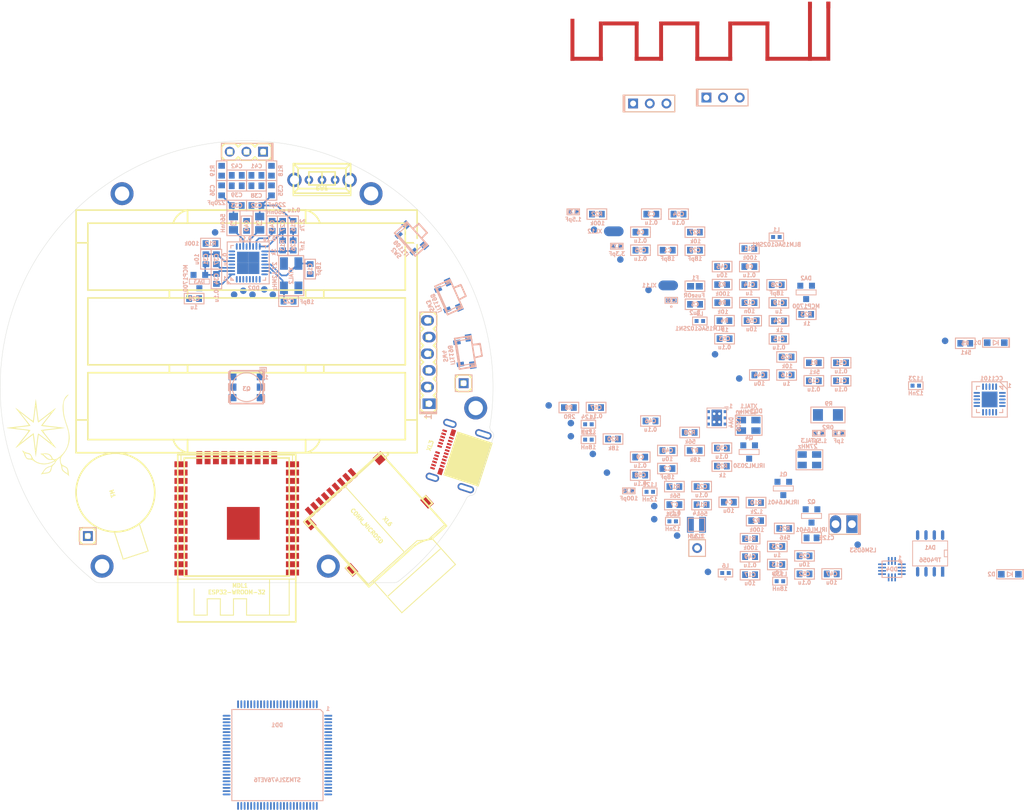
<source format=kicad_pcb>
(kicad_pcb (version 20211014) (generator pcbnew)
  (layers (0 "F.Cu" signal) (31 "B.Cu" signal) (36 "B.SilkS" user "B.Silkscreen") (37 "F.SilkS" user "F.Silkscreen") (38 "B.Mask" user) (39 "F.Mask" user) (44 "Edge.Cuts" user))
  (net 0 "")
  (net 1 "/ANT2")
  (net 2 "GND")
  (net 3 "Net-(C1-Pad1)")
  (net 4 "Net-(C2-Pad1)")
  (net 5 "+PwrMCU")
  (net 6 "Net-(C5-Pad1)")
  (net 7 "/+5V_MID")
  (net 8 "Net-(C15-Pad2)")
  (net 9 "+BATT")
  (net 10 "Net-(C18-Pad1)")
  (net 11 "+PwrUnst")
  (net 12 "/SD_PWR")
  (net 13 "Net-(C22-Pad1)")
  (net 14 "+3v3")
  (net 15 "/+PWR_NFC")
  (net 16 "Net-(C26-Pad1)")
  (net 17 "Net-(C26-Pad2)")
  (net 18 "Net-(C27-Pad2)")
  (net 19 "Net-(C28-Pad1)")
  (net 20 "Net-(C29-Pad1)")
  (net 21 "Net-(C30-Pad2)")
  (net 22 "/NFC_RF_RX")
  (net 23 "Net-(C35-Pad1)")
  (net 24 "Net-(C36-Pad1)")
  (net 25 "/+PWR_ESP")
  (net 26 "VCC")
  (net 27 "/ANT1")
  (net 28 "/PWR_ACG")
  (net 29 "/RF3")
  (net 30 "/RF4")
  (net 31 "/RF5")
  (net 32 "/RF6")
  (net 33 "/RF7")
  (net 34 "/ANT0")
  (net 35 "/+5V_USB")
  (net 36 "/VIBRO_OUT")
  (net 37 "/IS_CHARGING")
  (net 39 "Net-(DA1-Pad2)")
  (net 40 "Net-(DA4-Pad1)")
  (net 41 "Net-(DA4-Pad3)")
  (net 42 "/ESP_PWR_EN")
  (net 43 "/AU_MCLK")
  (net 44 "/ESP_AUX")
  (net 45 "/AU_LRCK")
  (net 46 "/AU_BITCK")
  (net 47 "/AU_SDA")
  (net 48 "/BTN3")
  (net 49 "/BTN2")
  (net 51 "Net-(DD1-Pad13)")
  (net 52 "Net-(DD1-Pad14)")
  (net 57 "/BTN1")
  (net 58 "/ADC_BAT")
  (net 59 "/USB_DETECT")
  (net 60 "/NFC_RST")
  (net 61 "/NFC_NSS")
  (net 62 "/NFC_SCK")
  (net 63 "/NFC_MISO")
  (net 64 "/NFC_MOSI")
  (net 66 "/NFC_IRQ")
  (net 67 "/ACC_INT1")
  (net 68 "/CC_GDO0")
  (net 69 "/CC_GDO2")
  (net 78 "/SCL")
  (net 79 "/SDA")
  (net 80 "/CC_CS")
  (net 81 "/CC_SCK")
  (net 82 "/CC_MISO")
  (net 83 "/CC_MOSI")
  (net 84 "/ESP_RX2_MCU_TX")
  (net 85 "/ESP_TX2_MCU_RX")
  (net 88 "/RED_LED")
  (net 89 "/GREEN_LED")
  (net 90 "/BLUE_LED")
  (net 91 "/Vibro_CTRL")
  (net 92 "/SD_PWR_EN")
  (net 93 "/SD_DAT0")
  (net 94 "/SD_DAT1")
  (net 95 "/UART_TX")
  (net 96 "/UART_RX")
  (net 97 "/USB_D-")
  (net 98 "/USB_D+")
  (net 99 "/SWDIO")
  (net 100 "/SWCLK")
  (net 102 "/SD_DAT2")
  (net 103 "/SD_DAT3")
  (net 104 "/SD_CLK")
  (net 106 "/ESP_GPIO15")
  (net 107 "/SD_CMD")
  (net 108 "/ESP_EN")
  (net 109 "/ESP_GPIO0")
  (net 110 "/ESP_RX0_MCU_TX")
  (net 111 "/ESP_TX0_MCU_RX")
  (net 117 "/DBG_PIN")
  (net 122 "Net-(L3-Pad2)")
  (net 123 "Net-(L2-Pad2)")
  (net 130 "/RF1")
  (net 131 "/RF2")
  (net 132 "Net-(DD3-Pad17)")
  (net 157 "/+PWR_MID")
  (net 158 "Net-(Q3-Pad6)")
  (net 159 "Net-(Q3-Pad5)")
  (net 160 "Net-(Q3-Pad4)")
  (net 161 "Net-(R1-Pad2)")
  (net 162 "Net-(R5-Pad2)")
  (net 163 "/NFCANT1")
  (net 164 "/NFCANT2")
  (net 180 "Net-(C33-Pad2)")
  (footprint "PCB:Hole2d2_out3d5mm" (layer "F.Cu") (at 184.935446 103.181353)
    (fp_text reference "HOLE4" hide)
    (fp_text value "HOLE_METALLED" hide)
  )
  (footprint "Installation:Motor_no_Contacts" (layer "F.Cu") (at 130 116.1 -72)
    (fp_text reference "M1")
    (fp_text value "MOTOR_NO_CONTACTS" hide)
  )
  (footprint "PCB:Hole2d2_out3d5mm" (layer "F.Cu") (at 168.983056 70.5)
    (fp_text reference "HOLE2" hide)
    (fp_text value "HOLE_METALLED" hide)
  )
  (footprint "BtnsSwitches:SW_SS-1P2T_Housing" (layer "F.Cu") (at 161.5 68.4)
    (fp_text reference "SW1")
    (fp_text value "SWITCH")
  )
  (footprint "Connectors:USB_C_MOLEX_1054500101" (layer "F.Cu") (at 186.457834 111.841486 72)
    (fp_text reference "XL3")
    (fp_text value "USB_C")
  )
  (footprint "Connectors:PLS-1Square" (layer "F.Cu") (at 183.1 99.4)
    (fp_text reference "XL8" hide)
    (fp_text value "CONN_1" hide)
  )
  (footprint "PCB:Hole2d2_out3d5mm" (layer "F.Cu") (at 162.45706 127.3)
    (fp_text reference "HOLE3" hide)
    (fp_text value "HOLE_METALLED" hide)
  )
  (footprint "Antennas:Locket5" (layer "F.Cu") (at 219.4 41.22975)
    (fp_text reference "ANT1" hide)
    (fp_text value "ANT_PCB_MONO_2PIN" hide)
  )
  (footprint "Modules:ESP32WROOM32" (layer "F.Cu") (at 148.5 128.2675 180)
    (fp_text reference "MDL1")
    (fp_text value "ESP32-WROOM-32")
  )
  (footprint "Connectors:PLS-3" (layer "F.Cu") (at 220.11 55.85)
    (fp_text reference "XL4" hide)
    (fp_text value "CONN_3" hide)
  )
  (footprint "Pictures:Ostranna_12d7_10d1" (layer "F.Cu") (at 118.2 107.4 90)
    (fp_text reference "Logo1" hide)
    (fp_text value "Logo" hide)
  )
  (footprint "Connectors:PLS-3" (layer "F.Cu") (at 152.513 64.1 180)
    (fp_text reference "XL7" hide)
    (fp_text value "CONN_3" hide)
  )
  (footprint "Connectors:PLS-3" (layer "F.Cu") (at 208.937 56.75)
    (fp_text reference "XL5" hide)
    (fp_text value "CONN_3" hide)
  )
  (footprint "Installation:MICROSD_EJECTOR_TFWF1" (layer "F.Cu") (at 165.1 115.2 42)
    (fp_text reference "XL6")
    (fp_text value "CONN_MICROSD")
  )
  (footprint "PCB:Hole2d2_out3d5mm" (layer "F.Cu") (at 131.016944 70.5)
    (fp_text reference "HOLE1" hide)
    (fp_text value "HOLE_METALLED" hide)
  )
  (footprint "Connectors:PLS-6_LOCK" (layer "F.Cu") (at 177.7 102.523 90)
    (fp_text reference "XL1" hide)
    (fp_text value "CONN_6" hide)
  )
  (footprint "PCB:Hole2d2_out3d5mm" (layer "F.Cu") (at 127.970102 127.3)
    (fp_text reference "HOLE5" hide)
    (fp_text value "HOLE_METALLED" hide)
  )
  (footprint "Connectors:PLS-1Square" (layer "F.Cu") (at 125.8 122.7)
    (fp_text reference "XL9" hide)
    (fp_text value "CONN_1" hide)
  )
  (footprint "Capacitors:CAP_0603_Silks" (layer "B.Cu") (at 240.640214 96.285 180)
    (fp_text reference "C51")
    (fp_text value "0.1u")
  )
  (footprint "Capacitors:CAP_0603_Silks" (layer "B.Cu") (at 240.640214 99.035 180)
    (fp_text reference "C11")
    (fp_text value "0.1u")
  )
  (footprint "Resistors:RES_0603" (layer "B.Cu") (at 144.5 78.1)
    (fp_text reference "R12")
    (fp_text value "100k")
  )
  (footprint "PCB:TESTPOINT_1MM" (layer "B.Cu") (at 256.505214 92.94 180)
    (fp_text reference "TP2" hide)
    (fp_text value "TESTPOINT" hide)
  )
  (footprint "Resistors:RES_0603" (layer "B.Cu") (at 222.47 112.04 180)
    (fp_text reference "R25")
    (fp_text value "1k")
  )
  (footprint "Capacitors:CAP_0603_Silks" (layer "B.Cu") (at 210.02 110.66 180)
    (fp_text reference "C9")
    (fp_text value "0.1u")
  )
  (footprint "Capacitors:CAP_0603_Silks" (layer "B.Cu") (at 228.190214 98.145 180)
    (fp_text reference "C44")
    (fp_text value "10u")
  )
  (footprint "Inductors:IND_0805" (layer "B.Cu") (at 152 75 -90)
    (fp_text reference "L2")
    (fp_text value "560nH")
  )
  (footprint "Capacitors:CAP_0603_Silks" (layer "B.Cu") (at 231.180214 92.645 180)
    (fp_text reference "C15")
    (fp_text value "0.1u")
  )
  (footprint "PCB:REF_POINT_1MM" (layer "B.Cu") (at 243.175 124.015 180)
    (fp_text reference "RP3" hide)
    (fp_text value "REFPOINT" hide)
  )
  (footprint "Capacitors:CAP_0603_Silks" (layer "B.Cu") (at 226.660214 84.365 180)
    (fp_text reference "C14")
    (fp_text value "1u")
  )
  (footprint "PCB:Oval3x1.5" (layer "B.Cu") (at 205.985214 76.24 180)
    (fp_text reference "XL12")
    (fp_text value "CONN_1" hide)
  )
  (footprint "Capacitors:CAP_0603_Silks" (layer "B.Cu") (at 239.22 128.48 180)
    (fp_text reference "C47")
    (fp_text value "10u")
  )
  (footprint "Capacitors:CAP_0603_Silks" (layer "B.Cu") (at 143.8 80.5 -90)
    (fp_text reference "C31")
    (fp_text value "10u")
  )
  (footprint "Quartz:03225C4" (layer "B.Cu") (at 235.818 111.074 180)
    (fp_text reference "XTAL3")
    (fp_text value "27MHz")
  )
  (footprint "Capacitors:CAP_0603_Silks" (layer "B.Cu") (at 151.5 67.7 180)
    (fp_text reference "C41")
    (fp_text value "*" hide)
  )
  (footprint "Resistors:RES_0603" (layer "B.Cu") (at 219.38 117.91 180)
    (fp_text reference "R14")
    (fp_text value "56k")
  )
  (footprint "Capacitors:CAP_0603_Silks" (layer "B.Cu") (at 218.380214 87.365 180)
    (fp_text reference "C5")
    (fp_text value "2u2")
  )
  (footprint "PCB:TESTPOINT_1MM" (layer "B.Cu") (at 199.445 105.485 180)
    (fp_text reference "TP3" hide)
    (fp_text value "TESTPOINT" hide)
  )
  (footprint "Inductors:IND_0402" (layer "B.Cu") (at 202.12 108.01 180)
    (fp_text reference "L122")
    (fp_text value "18nH")
  )
  (footprint "Resistors:RES_0603" (layer "B.Cu") (at 222.530214 87.115 180)
    (fp_text reference "R6")
    (fp_text value "10k")
  )
  (footprint "Inductors:IND_0402" (layer "B.Cu") (at 231.32 129.59 180)
    (fp_text reference "L132")
    (fp_text value "18nH")
  )
  (footprint "Resistors:RES_0603" (layer "B.Cu") (at 155.5 78.4 90)
    (fp_text reference "R13")
    (fp_text value "1k")
  )
  (footprint "Quartz:03225C4" (layer "B.Cu") (at 226.558 105.824 180)
    (fp_text reference "XTAL1")
    (fp_text value "12MHz")
  )
  (footprint "Capacitors:CAP_0402" (layer "B.Cu") (at 208.28 115.81 180)
    (fp_text reference "C124")
    (fp_text value "100pF")
  )
  (footprint "PCB:TESTPOINT_1MM" (layer "B.Cu") (at 149.5 85.3 180)
    (fp_text reference "TP12" hide)
    (fp_text value "TESTPOINT" hide)
  )
  (footprint "Resistors:RES_0603" (layer "B.Cu") (at 215.23 115.16 180)
    (fp_text reference "R17")
    (fp_text value "56k")
  )
  (footprint "PCB:Oval3x1.5" (layer "B.Cu") (at 214.285214 84.49 180)
    (fp_text reference "XL11")
    (fp_text value "CONN_1" hide)
  )
  (footprint "Capacitors:CAP_0603_Silks" (layer "B.Cu") (at 145.4 83.5 90)
    (fp_text reference "C34")
    (fp_text value "0.1u")
  )
  (footprint "Connectors:SLD_2_2D5" (layer "B.Cu") (at 241.05 120.89 180)
    (fp_text reference "XL2" hide)
    (fp_text value "CONN_2" hide)
  )
  (footprint "Capacitors:CAP_0603_Silks" (layer "B.Cu") (at 210.060214 76.365 180)
    (fp_text reference "C6")
    (fp_text value "0.1u")
  )
  (footprint "PCB:TESTPOINT_1MM" (layer "B.Cu") (at 225.115214 98.68 180)
    (fp_text reference "TP5" hide)
    (fp_text value "TESTPOINT" hide)
  )
  (footprint "Capacitors:CAP_0603_Silks" (layer "B.Cu") (at 210.060214 79.115 180)
    (fp_text reference "C55")
    (fp_text value "0.1u")
  )
  (footprint "Resistors:RES_0603" (layer "B.Cu") (at 227.7 120.35 180)
    (fp_text reference "R2")
    (fp_text value "100k")
  )
  (footprint "Capacitors:CAP_0603_Silks" (layer "B.Cu") (at 203.29 103.11 180)
    (fp_text reference "C57")
    (fp_text value "0.1u")
  )
  (footprint "Capacitors:CAP_0402" (layer "B.Cu") (at 214.760214 86.765 180)
    (fp_text reference "C50")
    (fp_text value "*")
  )
  (footprint "Resistors:RES_0603" (layer "B.Cu") (at 235.330214 88.895 180)
    (fp_text reference "R23")
    (fp_text value "1k")
  )
  (footprint "Resistors:RES_0603" (layer "B.Cu") (at 227.68 117.6 180)
    (fp_text reference "R10")
    (fp_text value "1.2k")
  )
  (footprint "Capacitors:CAP_0603_Silks" (layer "B.Cu") (at 151.5 72.3 180)
    (fp_text reference "C32")
    (fp_text value "220pF")
  )
  (footprint "Capacitors:CAP_0603_Silks" (layer "B.Cu") (at 157.1 78.4 -90)
    (fp_text reference "C26")
    (fp_text value "1nF")
  )
  (footprint "PCB:REF_POINT_1MM" (layer "B.Cu") (at 202.795 110.185 180)
    (fp_text reference "RP1" hide)
    (fp_text value "REFPOINT" hide)
  )
  (footprint "Inductors:IND_0805" (layer "B.Cu") (at 148 75 -90)
    (fp_text reference "L3")
    (fp_text value "560nH")
  )
  (footprint "Capacitors:CAP_0603_Silks" (layer "B.Cu") (at 153.9 75.4 -90)
    (fp_text reference "C43")
    (fp_text value "0.1u")
  )
  (footprint "Inductors:IND_0402" (layer "B.Cu") (at 211.48 115.96 180)
    (fp_text reference "L121")
    (fp_text value "12nH")
  )
  (footprint "Capacitors:CAP_0402" (layer "B.Cu") (at 206.460214 78.515 180)
    (fp_text reference "C123")
    (fp_text value "3.3pF")
  )
  (footprint "Capacitors:CAP_0603_Silks" (layer "B.Cu") (at 222.47 109.29 180)
    (fp_text reference "C30")
    (fp_text value "0.1u")
  )
  (footprint "Capacitors:CAP_0603_Silks" (layer "B.Cu") (at 211.59 105.16 180)
    (fp_text reference "C46")
    (fp_text value "0.1u")
  )
  (footprint "Capacitors:CAP_0603_Silks" (layer "B.Cu") (at 214.17 109.66 180)
    (fp_text reference "C48")
    (fp_text value "10u")
  )
  (footprint "PCB:TESTPOINT_1MM" (layer "B.Cu") (at 211.285214 85.18 180)
    (fp_text reference "TP7" hide)
    (fp_text value "TESTPOINT" hide)
  )
  (footprint "Capacitors:CAP_0603_Silks" (layer "B.Cu") (at 226.680214 87.115 180)
    (fp_text reference "C12")
    (fp_text value "10n")
  )
  (footprint "Capacitors:CAP_0603_Silks" (layer "B.Cu") (at 148.5 67.7 180)
    (fp_text reference "C42")
    (fp_text value "*" hide)
  )
  (footprint "Capacitors:CAP_0402" (layer "B.Cu") (at 240.29 107.04 180)
    (fp_text reference "C121")
    (fp_text value "1pF")
  )
  (footprint "PCB:TESTPOINT_1MM" (layer "B.Cu") (at 215.645 122.635 180)
    (fp_text reference "TP14" hide)
    (fp_text value "TESTPOINT" hide)
  )
  (footprint "Capacitors:CAP_0603_Silks" (layer "B.Cu") (at 219.38 115.16 180)
    (fp_text reference "C21")
    (fp_text value "0.1u")
  )
  (footprint "Capacitors:CAP_0603_Silks" (layer "B.Cu") (at 227.010214 89.865 180)
    (fp_text reference "C56")
    (fp_text value "10u")
  )
  (footprint "Capacitors:CAP_0603_Silks" (layer "B.Cu") (at 230.92 124.29 180)
    (fp_text reference "C23")
    (fp_text value "1u")
  )
  (footprint "Capacitors:CAP_0402" (layer "B.Cu") (at 199.810214 73.265 180)
    (fp_text reference "C131")
    (fp_text value "1.5pF")
  )
  (footprint "PCB:TESTPOINT_1MM" (layer "B.Cu") (at 150.9 85.9 180)
    (fp_text reference "TP11" hide)
    (fp_text value "TESTPOINT" hide)
  )
  (footprint "Capacitors:CAP_0603_Silks" (layer "B.Cu") (at 223.53 117.54 180)
    (fp_text reference "C4")
    (fp_text value "10u")
  )
  (footprint "Capacitors:CAP_0603_Silks" (layer "B.Cu") (at 215.860214 73.615 180)
    (fp_text reference "C54")
    (fp_text value "0.1u")
  )
  (footprint "PCB:TESTPOINT_1MM" (layer "B.Cu") (at 196.065 102.785 180)
    (fp_text reference "TP1" hide)
    (fp_text value "TESTPOINT" hide)
  )
  (footprint "Resistors:RES_0603_FUSE" (layer "B.Cu") (at 218.360214 84.615 180)
    (fp_text reference "F1")
    (fp_text value "Fuse0R")
  )
  (footprint "Capacitors:CAP_0402" (layer "B.Cu") (at 237.24 107.04 180)
    (fp_text reference "C122")
    (fp_text value "1.5pF")
  )
  (footprint "Capacitors:CAP_0603" (layer "B.Cu") (at 236.15 122.98 180)
    (fp_text reference "C125")
    (fp_text value "12pF")
  )
  (footprint "SOT:SOT23-3" (layer "B.Cu") (at 226.6275 109.8882 180)
    (fp_text reference "Q4")
    (fp_text value "IRLML2030")
  )
  (footprint "PCB:TESTPOINT_1MM" (layer "B.Cu") (at 206.985214 80.54 180)
    (fp_text reference "TP16" hide)
    (fp_text value "TESTPOINT" hide)
  )
  (footprint "LEDs:LED_5050" (layer "B.Cu") (at 150 100 180)
    (fp_text reference "Q3")
    (fp_text value "LED_RGB 5050" hide)
  )
  (footprint "PCB:TESTPOINT_1MM" (layer "B.Cu") (at 202.985214 75.99 180)
    (fp_text reference "TP4" hide)
    (fp_text value "TESTPOINT" hide)
  )
  (footprint "Capacitors:CAP_0603_Silks" (layer "B.Cu") (at 214.17 112.41 180)
    (fp_text reference "C2")
    (fp_text value "18pF")
  )
  (footprint "QFN_DFN:DFN6_3x3" (layer "B.Cu") (at 221.695 104.685 180)
    (fp_text reference "DA4")
    (fp_text value "ST1S06")
  )
  (footprint "BtnsSwitches:BTN_IT1198" (layer "B.Cu") (at 185.75 94.3 -81)
    (fp_text reference "SW4")
    (fp_text value "IT1198")
  )
  (footprint "Inductors:IND_0402" (layer "B.Cu") (at 223.02 128.34 180)
    (fp_text reference "L6")
    (fp_text value "*")
  )
  (footprint "Capacitors:CAP_0603_Silks" (layer "B.Cu") (at 226.77 128.6 180)
    (fp_text reference "C17")
    (fp_text value "10u")
  )
  (footprint "PCB:TESTPOINT_1MM" (layer "B.Cu") (at 212.155 120.135 180)
    (fp_text reference "TP6" hide)
    (fp_text value "TESTPOINT" hide)
  )
  (footprint "Resistors:RES_0603" (layer "B.Cu") (at 146.2 67 -90)
    (fp_text reference "R19")
    (fp_text value "0R" hide)
  )
  (footprint "Resistors:RES_0603" (layer "B.Cu") (at 226.77 123.1 180)
    (fp_text reference "R15")
    (fp_text value "100k")
  )
  (footprint "Resistors:RES_0603" (layer "B.Cu") (at 218.360214 76.365 180)
    (fp_text reference "R27")
    (fp_text value "10k")
  )
  (footprint "Capacitors:CAP_0603_Silks" (layer "B.Cu") (at 150 75.4 -90)
    (fp_text reference "C40")
    (fp_text value "0.1u")
  )
  (footprint "Resistors:RES_0603" (layer "B.Cu") (at 259.580214 93.315 180)
    (fp_text reference "R5")
    (fp_text value "5k1")
  )
  (footprint "Capacitors:CAP_0603_Silks" (layer "B.Cu") (at 235.07 125.73 180)
    (fp_text reference "C25")
    (fp_text value "10u")
  )
  (footprint "BtnsSwitches:BTN_IT1198" (layer "B.Cu") (at 176.9 75.75 -48)
    (fp_text reference "SW2")
    (fp_text value "IT1198")
  )
  (footprint "Capacitors:CAP_0603_Silks" (layer "B.Cu") (at 159.7 82 -90)
    (fp_text reference "C18")
    (fp_text value "18pF")
  )
  (footprint "Inductors:IND_0402" (layer "B.Cu") (at 252.040214 99.775 180)
    (fp_text reference "L123")
    (fp_text value "12nH")
  )
  (footprint "Capacitors:CAP_0603_Silks" (layer "B.Cu") (at 232.340214 98.145 180)
    (fp_text reference "C16")
    (fp_text value "1u")
  )
  (footprint "Resistors:RES_0603" (layer "B.Cu") (at 222.510214 84.365 180)
    (fp_text reference "R3")
    (fp_text value "100k")
  )
  (footprint "Capacitors:CAP_0603_Silks" (layer "B.Cu") (at 222.880214 92.615 180)
    (fp_text reference "C53")
    (fp_text value "0.1u")
  )
  (footprint "Capacitors:CAP_0603_Silks" (layer "B.Cu") (at 230.92 127.04 180)
    (fp_text reference "C13")
    (fp_text value "10u")
  )
  (footprint "Resistors:RES_0603" (layer "B.Cu") (at 205.87 107.91 180)
    (fp_text reference "R20")
    (fp_text value "18k")
  )
  (footprint "Capacitors:CAP_0603_Silks" (layer "B.Cu") (at 214.210214 79.115 180)
    (fp_text reference "C1")
    (fp_text value "18pF")
  )
  (footprint "Capacitors:CAP_0603_Silks" (layer "B.Cu") (at 155.5 75.4 -90)
    (fp_text reference "C27")
    (fp_text value "0.1u")
  )
  (footprint "Connectors:PLS-1Rnd" (layer "B.Cu") (at 218.7 124.53 180)
    (fp_text reference "XL13")
    (fp_text value "CONN_1" hide)
  )
  (footprint "Quartz:0503x4-4" (layer "B.Cu") (at 156.8 83 -90)
    (fp_text reference "XTAL2")
    (fp_text value "27.12MHz")
  )
  (footprint "Diodes:SOD323" (layer "B.Cu") (at 264.230214 93.215 180)
    (fp_text reference "D1")
    (fp_text value "PMEG2020")
  )
  (footprint "Capacitors:CAP_0603_Silks" (layer "B.Cu") (at 215.23 117.91 180)
    (fp_text reference "C7")
    (fp_text value "0.1u")
  )
  (footprint "Capacitors:CAP_0603_Silks" (layer "B.Cu") (at 231.160214 87.145 180)
    (fp_text reference "C19")
    (fp_text value "1u")
  )
  (footprint "PCB:REF_POINT_1MM" (layer "B.Cu") (at 204.945 113.035 180)
    (fp_text reference "RP4" hide)
    (fp_text value "REFPOINT" hide)
  )
  (footprint "Inductors:IND_0402" (layer "B.Cu") (at 214.97 120.46 180)
    (fp_text reference "L131")
    (fp_text value "12nH")
  )
  (footprint "Inductors:IND_0402" (layer "B.Cu") (at 230.780214 77.105 180)
    (fp_text reference "L1")
    (fp_text value "BLM15AG102SN1")
  )
  (footprint "Resistors:RES_0603" (layer "B.Cu") (at 236.490214 96.285 180)
    (fp_text reference "R1")
    (fp_text value "5k1")
  )
  (footprint "Resistors:RES_0603" (layer "B.Cu") (at 231.98 121.54 180)
    (fp_text reference "R21")
    (fp_text value "5k6")
  )
  (footprint "Capacitors:CAP_0603_Silks" (layer "B.Cu") (at 151.5 69.3 180)
    (fp_text reference "C38")
    (fp_text value "*" hide)
  )
  (footprint "Capacitors:CAP_0603_Silks" (layer "B.Cu") (at 218.360214 79.115 180)
    (fp_text reference "C29")
    (fp_text value "18pF")
  )
  (footprint "Resistors:RES_1206" (layer "B.Cu") (at 238.64 104.24 180)
    (fp_text reference "R9")
    (fp_text value "0R2")
  )
  (footprint "LGA:14_3x2d5_p0d5" (layer "B.Cu") (at 248.395 127.755 180)
    (fp_text reference "DD4")
    (fp_text value "LSM6DS3")
  )
  (footprint "Resistors:RES_0603" (layer "B.Cu") (at 231.180214 89.895 180)
    (fp_text reference "R24")
    (fp_text value "1k")
  )
  (footprint "Resistors:RES_0603" (layer "B.Cu") (at 153.8 67 -90)
    (fp_text reference "R18")
    (fp_text value "0R" hide)
  )
  (footprint "Capacitors:CAP_0603_Silks" (layer "B.Cu") (at 153.8 70 -90)
    (fp_text reference "C35")
    (fp_text value "*" hide)
  )
  (footprint "PCB:TESTPOINT_1MM" (layer "B.Cu") (at 152.7 85.1 180)
    (fp_text reference "TP10" hide)
    (fp_text value "TESTPOINT" hide)
  )
  (footprint "Capacitors:CAP_0603_Silks" (layer "B.Cu") (at 148.5 72.3 180)
    (fp_text reference "C33")
    (fp_text value "220pF")
  )
  (footprint "Capacitors:CAP_0603_Silks" (layer "B.Cu") (at 211.710214 73.615 180)
    (fp_text reference "C3")
    (fp_text value "0.1u")
  )
  (footprint "Resistors:RES_0603" (layer "B.Cu") (at 222.860214 89.865 180)
    (fp_text reference "R4")
    (fp_text value "1k")
  )
  (footprint "Inductors:IND_0402" (layer "B.Cu") (at 219.110214 89.915 180)
    (fp_text reference "L5")
    (fp_text value "BLM15AG102SN1")
  )
  (footprint "Resistors:RES_0603" (layer "B.Cu") (at 218.32 109.66 180)
    (fp_text reference "R7")
    (fp_text value "18k")
  )
  (footprint "Capacitors:CAP_0603_Silks" (layer "B.Cu") (at 156.4 86.9)
    (fp_text reference "C22")
    (fp_text value "18pF")
  )
  (footprint "Capacitors:CAP_0603_Silks" (layer "B.Cu") (at 222.510214 81.615 180)
    (fp_text reference "C45")
    (fp_text value "10u")
  )
  (footprint "PCB:TESTPOINT_1MM" (layer "B.Cu") (at 154 85.9 180)
    (fp_text reference "TP9" hide)
    (fp_text value "TESTPOINT" hide)
  )
  (footprint "Capacitors:CAP_0603_Silks" (layer "B.Cu") (at 226.660214 81.615 180)
    (fp_text reference "C8")
    (fp_text value "0.1u")
  )
  (footprint "PCB:TESTPOINT_1MM" (layer "B.Cu") (at 221.425214 94.99 180)
    (fp_text reference "TP17" hide)
    (fp_text value "TESTPOINT" hide)
  )
  (footprint "LQFP_TQFP:LQFP100" (layer "B.Cu") (at 154.7 156.1 180)
    (fp_text reference "DD1")
    (fp_text value "STM32L476VET6")
  )
  (footprint "Resistors:RES_0603" (layer "B.Cu") (at 199.14 103.11 180)
    (fp_text reference "R8")
    (fp_text value "2R0")
  )
  (footprint "PCB:REF_POINT_1MM" (layer "B.Cu") (at 199.445 107.485 180)
    (fp_text reference "RP2" hide)
    (fp_text value "REFPOINT" hide)
  )
  (footprint "QFN_DFN:QFN32_EP_5x5_Pitch0.5mm" (layer "B.Cu") (at 150.25 81.05)
    (fp_text reference "DD2")
    (fp_text value "MFRC52202")
  )
  (footprint "PCB:TESTPOINT_1MM" (layer "B.Cu") (at 220.345 128.165 180)
    (fp_text reference "TP15" hide)
    (fp_text value "TESTPOINT" hide)
  )
  (footprint "Capacitors:CAP_0603_Silks" (layer "B.Cu") (at 146.2 70 -90)
    (fp_text reference "C36")
    (fp_text value "*" hide)
  )
  (footprint "Capacitors:CAP_0603_Silks" (layer "B.Cu") (at 148.5 69.3 180)
    (fp_text reference "C39")
    (fp_text value "*" hide)
  )
  (footprint "SOT:SOT23-3" (layer "B.Cu") (at 236.1375 119.6382 180)
    (fp_text reference "Q2")
    (fp_text value "IRLML6401")
  )
  (footprint "SOT:SOT23-3" (layer "B.Cu") (at 235.317714 85.5532 180)
    (fp_text reference "DA2")
    (fp_text value "MCP1700")
  )
  (footprint "Resistors:RES_0603" (layer "B.Cu") (at 203.410214 73.615 180)
    (fp_text reference "R22")
    (fp_text value "100k")
  )
  (footprint "Inductors:IND_0402" (layer "B.Cu") (at 202.12 105.66 180)
    (fp_text reference "L124")
    (fp_text value "12nH")
  )
  (footprint "Resistors:RES_0603" (layer "B.Cu") (at 217.56 106.91 180)
    (fp_text reference "R28")
    (fp_text value "56k")
  )
  (footprint "Capacitors:CAP_0603_Silks" (layer "B.Cu") (at 210.02 113.41 180)
    (fp_text reference "C58")
    (fp_text value "0.1u")
  )
  (footprint "Capacitors:CAP_0603_Silks" (layer "B.Cu") (at 226.77 125.85 180)
    (fp_text reference "C49")
    (fp_text value "0.1u")
  )
  (footprint "Inductors:IND_SRN2512" (layer "B.Cu") (at 218.595 120.985 180)
    (fp_text reference "L4")
    (fp_text value "2.2uH")
  )
  (footprint "PCB:TESTPOINT_1MM" (layer "B.Cu") (at 145.2 76.4 180)
    (fp_text reference "TP8" hide)
    (fp_text value "TESTPOINT" hide)
  )
  (footprint "PCB:TESTPOINT_1MM" (layer "B.Cu") (at 212.155 118.135 180)
    (fp_text reference "TP18" hide)
    (fp_text value "TESTPOINT" hide)
  )
  (footprint "Capacitors:CAP_0603_Silks" (layer "B.Cu") (at 230.830214 84.395 180)
    (fp_text reference "C28")
    (fp_text value "18pF")
  )
  (footprint "SOT:SOT23-3" (layer "B.Cu") (at 142.8 83.9 180)
    (fp_text reference "DA3")
    (fp_text value "MCP1700")
  )
  (footprint "BtnsSwitches:BTN_IT1198" (layer "B.Cu") (at 183.05 85.25 -66)
    (fp_text reference "SW3")
    (fp_text value "IT1198")
  )
  (footprint "Capacitors:CAP_0603_Silks" (layer "B.Cu") (at 145.4 80.5 -90)
    (fp_text reference "C37")
    (fp_text value "0.1u")
  )
  (footprint "PCB:TESTPOINT_1MM" (layer "B.Cu") (at 148.1 85.9 180)
    (fp_text reference "TP13" hide)
    (fp_text value "TESTPOINT" hide)
  )
  (footprint "Resistors:RES_0603" (layer "B.Cu") (at 232.340214 95.395 180)
    (fp_text reference "R26")
    (fp_text value "10k")
  )
  (footprint "Resistors:RES_0603" (layer "B.Cu") (at 157.1 75.4 -90)
    (fp_text reference "R16")
    (fp_text value "2.7k")
  )
  (footprint "Capacitors:CAP_0603_Silks" (layer "B.Cu") (at 142 86.5 180)
    (fp_text reference "C20")
    (fp_text value "1u")
  )
  (footprint "Diodes:SOD323" (layer "B.Cu") (at 266.38 128.53 180)
    (fp_text reference "D2")
    (fp_text value "PMEG2020")
  )
  (footprint "SO_DIL_TSSOP:SO8_150MIL" (layer "B.Cu") (at 254.2245 125.34957 180)
    (fp_text reference "DA1")
    (fp_text value "TP4056")
  )
  (footprint "SOT:SOT23-3" (layer "B.Cu") (at 231.8375 115.4482 180)
    (fp_text reference "Q1")
    (fp_text value "IRLML6401")
  )
  (footprint "Resistors:RES_0603" (layer "B.Cu") (at 226.660214 78.865 180)
    (fp_text reference "R11")
    (fp_text value "100k")
  )
  (footprint "Capacitors:CAP_0603_Silks" (layer "B.Cu") (at 236.490214 99.035 180)
    (fp_text reference "C10")
    (fp_text value "0.1u")
  )
  (footprint "Capacitors:CAP_0603_Silks" (layer "B.Cu") (at 235.07 128.48 180)
    (fp_text reference "C52")
    (fp_text value "0.1u")
  )
  (footprint "QFN_DFN:QFN20" (layer "B.Cu") (at 263.290214 101.875 180)
    (fp_text reference "DD3")
    (fp_text value "CC1101")
  )
  (gr_line (start 152.7 97.7) (end 152.7 98.7) (layer "B.SilkS") (width 0.25))
  (gr_line (start 152.7 98.7) (end 152.5 98.7) (layer "B.SilkS") (width 0.25))
  (gr_line (start 152.7 99.5) (end 152.7 100.5) (layer "B.SilkS") (width 0.25))
  (gr_line (start 184.201471 92.203726) (end 181.73225 92.594812) (layer "B.SilkS") (width 0.25))
  (gr_line (start 147.3 97.7) (end 147.5 97.7) (layer "B.SilkS") (width 0.25))
  (gr_line (start 147.5 97.5) (end 152.5 97.5) (layer "B.SilkS") (width 0.25))
  (gr_line (start 185.614307 93.453078) (end 185.894329 95.221067) (layer "B.SilkS") (width 0.25))
  (gr_line (start 147.3 102.3) (end 147.3 101.3) (layer "B.SilkS") (width 0.25))
  (gr_line (start 152.5 99.5) (end 152.7 99.5) (layer "B.SilkS") (width 0.25))
  (gr_line (start 152.5 102.5) (end 147.5 102.5) (layer "B.SilkS") (width 0.25))
  (gr_line (start 152.5 97.5) (end 152.5 97.7) (layer "B.SilkS") (width 0.25))
  (gr_line (start 147.5 102.5) (end 147.5 102.3) (layer "B.SilkS") (width 0.25))
  (gr_line (start 152.5 98.7) (end 152.5 99.5) (layer "B.SilkS") (width 0.25))
  (gr_line (start 147.3 101.3) (end 147.5 101.3) (layer "B.SilkS") (width 0.25))
  (gr_line (start 176.302962 75.112347) (end 175.340938 75.837284) (layer "B.SilkS") (width 0.25))
  (gr_line (start 185.894329 95.221067) (end 184.725526 95.512482) (layer "B.SilkS") (width 0.25))
  (gr_line (start 152.7 100.5) (end 152.5 100.5) (layer "B.SilkS") (width 0.25))
  (gr_line (start 152.5 101.3) (end 152.7 101.3) (layer "B.SilkS") (width 0.25))
  (gr_line (start 181.01826 83.617386) (end 178.734396 84.634227) (layer "B.SilkS") (width 0.25))
  (gr_line (start 152.5 100.5) (end 152.5 101.3) (layer "B.SilkS") (width 0.25))
  (gr_line (start 147.3 98.7) (end 147.3 97.7) (layer "B.SilkS") (width 0.25))
  (gr_line (start 152.5 102.3) (end 152.5 102.5) (layer "B.SilkS") (width 0.25))
  (gr_line (start 147.5 101.3) (end 147.5 100.5) (layer "B.SilkS") (width 0.25))
  (gr_line (start 176.302962 75.112347) (end 177.500724 76.442597) (layer "B.SilkS") (width 0.25))
  (gr_line (start 181.73225 92.594812) (end 182.467492 97.236947) (layer "B.SilkS") (width 0.25))
  (gr_line (start 177.582526 78.326819) (end 174.437612 74.834038) (layer "B.SilkS") (width 0.25))
  (gr_line (start 182.929922 87.911049) (end 181.01826 83.617386) (layer "B.SilkS") (width 0.25))
  (gr_line (start 152.7 101.3) (end 152.7 102.3) (layer "B.SilkS") (width 0.25))
  (gr_line (start 147.3 100.5) (end 147.3 99.5) (layer "B.SilkS") (width 0.25))
  (gr_line (start 152.7 102.3) (end 152.5 102.3) (layer "B.SilkS") (width 0.25))
  (gr_line (start 177.500724 76.442597) (end 176.679199 77.323574) (layer "B.SilkS") (width 0.25))
  (gr_line (start 172.57975 76.506865) (end 175.724664 79.999646) (layer "B.SilkS") (width 0.25))
  (gr_line (start 147.5 102.3) (end 147.3 102.3) (layer "B.SilkS") (width 0.25))
  (gr_line (start 174.437612 74.834038) (end 172.57975 76.506865) (layer "B.SilkS") (width 0.25))
  (gr_line (start 182.706311 84.458498) (end 183.43438 86.093769) (layer "B.SilkS") (width 0.25))
  (gr_line (start 147.5 99.5) (end 147.5 98.7) (layer "B.SilkS") (width 0.25))
  (gr_circle (center 150 100) (end 150.01 100) (layer "B.SilkS") (width 0.0001) (fill solid))
  (gr_line (start 178.734396 84.634227) (end 180.646058 88.927891) (layer "B.SilkS") (width 0.25))
  (gr_line (start 147.3 99.5) (end 147.5 99.5) (layer "B.SilkS") (width 0.25))
  (gr_line (start 182.706311 84.458498) (end 181.567354 84.850672) (layer "B.SilkS") (width 0.25))
  (gr_line (start 185.614307 93.453078) (end 184.412657 93.537105) (layer "B.SilkS") (width 0.25))
  (gr_line (start 183.43438 86.093769) (end 182.380828 86.677763) (layer "B.SilkS") (width 0.25))
  (gr_line (start 147.5 98.7) (end 147.3 98.7) (layer "B.SilkS") (width 0.25))
  (gr_line (start 152.5 97.7) (end 152.7 97.7) (layer "B.SilkS") (width 0.25))
  (gr_line (start 147.5 97.7) (end 147.5 97.5) (layer "B.SilkS") (width 0.25))
  (gr_line (start 180.646058 88.927891) (end 182.929922 87.911049) (layer "B.SilkS") (width 0.25))
  (gr_line (start 147.5 100.5) (end 147.3 100.5) (layer "B.SilkS") (width 0.25))
  (gr_line (start 182.467492 97.236947) (end 184.936713 96.845861) (layer "B.SilkS") (width 0.25))
  (gr_line (start 184.936713 96.845861) (end 184.201471 92.203726) (layer "B.SilkS") (width 0.25))
  (gr_line (start 175.724664 79.999646) (end 177.582526 78.326819) (layer "B.SilkS") (width 0.25))
  (gr_line (start 146.19 63.36) (end 146.69 62.86) (layer "F.SilkS") (width 0.25))
  (gr_line (start 177.93 102.74) (end 177.93 102.34) (layer "F.SilkS") (width 0.25))
  (gr_line (start 159.5 67.176052) (end 159.5 69.176052) (layer "F.SilkS") (width 0.25))
  (gr_line (start 150.3 64.43) (end 149.7 64.43) (layer "F.SilkS") (width 0.25))
  (gr_line (start 125.8 105) (end 124 105) (layer "F.SilkS") (width 0.25))
  (gr_line (start 176 105) (end 174.2 105) (layer "F.SilkS") (width 0.25))
  (gr_line (start 152.74 63.93) (end 152.34 63.93) (layer "F.SilkS") (width 0.25))
  (gr_line (start 150.3 63.83) (end 150.2 63.93) (layer "F.SilkS") (width 0.25))
  (gr_line (start 165.85 70.426052) (end 157.15 70.426052) (layer "F.SilkS") (width 0.25))
  (gr_circle (center 150 100) (end 150.01 100) (layer "F.SilkS") (width 0.0001) (fill solid))
  (gr_line (start 147.66 64.33) (end 147.66 63.93) (layer "F.SilkS") (width 0.25))
  (gr_line (start 147.26 64.33) (end 147.16 64.43) (layer "F.SilkS") (width 0.25))
  (gr_line (start 138.228719 96.6) (end 138.228719 97.8) (layer "F.SilkS") (width 0.25))
  (gr_line (start 183.27 99.2) (end 182.87 99.2) (layer "F.SilkS") (width 0.25))
  (gr_line (start 177.53 97.66) (end 177.93 97.66) (layer "F.SilkS") (width 0.25))
  (gr_line (start 157.85 69.726052) (end 157.15 70.426052) (layer "F.SilkS") (width 0.25))
  (gr_line (start 153.31 65.4) (end 151.77 65.4) (layer "F.SilkS") (width 0.25))
  (gr_line (start 138.228719 85.2) (end 138.228719 86.4) (layer "F.SilkS") (width 0.25))
  (gr_line (start 125.97 122.5) (end 125.57 122.5) (layer "F.SilkS") (width 0.25))
  (gr_line (start 152.24 64.43) (end 152.24 63.83) (layer "F.SilkS") (width 0.25))
  (gr_line (start 159 73.004002) (end 141 73.004002) (layer "F.SilkS") (width 0.25))
  (gr_line (start 141 108) (end 141 109.995998) (layer "F.SilkS") (width 0.25))
  (gr_line (start 176 73) (end 176 110) (layer "F.SilkS") (width 0.25))
  (gr_line (start 177.43 90.14) (end 177.43 89.54) (layer "F.SilkS") (width 0.25))
  (gr_line (start 125.8 96.6) (end 174.2 96.6) (layer "F.SilkS") (width 0.25))
  (gr_line (start 182.87 99.2) (end 182.77 99.1) (layer "F.SilkS") (width 0.25))
  (gr_line (start 149.23 62.86) (end 150.77 62.86) (layer "F.SilkS") (width 0.25))
  (gr_line (start 180.465602 121.147172) (end 170.428643 110) (layer "F.SilkS") (width 0.25))
  (gr_line (start 159 108) (end 159 109.995998) (layer "F.SilkS") (width 0.25))
  (gr_line (start 177.93 99.8) (end 177.53 99.8) (layer "F.SilkS") (width 0.25))
  (gr_line (start 150.2 64.33) (end 150.2 63.93) (layer "F.SilkS") (width 0.25))
  (gr_line (start 150.77 62.86) (end 151.27 63.36) (layer "F.SilkS") (width 0.25))
  (gr_line (start 182.87 99.6) (end 182.77 99.7) (layer "F.SilkS") (width 0.25))
  (gr_line (start 147.66 63.93) (end 147.26 63.93) (layer "F.SilkS") (width 0.25))
  (gr_line (start 177.93 89.64) (end 177.53 89.64) (layer "F.SilkS") (width 0.25))
  (gr_line (start 141 73.004002) (end 141 75) (layer "F.SilkS") (width 0.25))
  (gr_line (start 125.57 122.9) (end 125.97 122.9) (layer "F.SilkS") (width 0.25))
  (gr_line (start 157.5 110.3) (end 139.5 110.3) (layer "F.SilkS") (width 0.25))
  (gr_line (start 179 101.77) (end 178.5 101.27) (layer "F.SilkS") (width 0.25))
  (gr_line (start 165.85 65.926052) (end 165.85 70.426052) (layer "F.SilkS") (width 0.25))
  (gr_line (start 177.43 92.08) (end 177.53 92.18) (layer "F.SilkS") (width 0.25))
  (gr_line (start 176.46 98.23) (end 176.96 98.73) (layer "F.SilkS") (width 0.25))
  (gr_line (start 177.43 92.68) (end 177.43 92.08) (layer "F.SilkS") (width 0.25))
  (gr_line (start 125.8 86.4) (end 125.8 96.6) (layer "F.SilkS") (width 0.25))
  (gr_line (start 179 103.31) (end 179 101.77) (layer "F.SilkS") (width 0.25))
  (gr_line (start 178.5 98.73) (end 179 98.23) (layer "F.SilkS") (width 0.25))
  (gr_line (start 156.5 128.8) (end 156.5 110.8) (layer "F.SilkS") (width 0.25))
  (gr_line (start 125 121.43) (end 126.54 121.43) (layer "F.SilkS") (width 0.25))
  (gr_line (start 149.23 65.4) (end 148.73 64.9) (layer "F.SilkS") (width 0.25))
  (gr_line (start 150.2 63.93) (end 149.8 63.93) (layer "F.SilkS") (width 0.25))
  (gr_line (start 149.8 64.33) (end 149.7 64.43) (layer "F.SilkS") (width 0.25))
  (gr_line (start 159.5 69.176052) (end 163.5 69.176052) (layer "F.SilkS") (width 0.25))
  (gr_line (start 177.93 97.26) (end 178.03 97.16) (layer "F.SilkS") (width 0.25))
  (gr_line (start 149.7 63.83) (end 150.3 63.83) (layer "F.SilkS") (width 0.25))
  (gr_line (start 178.03 102.84) (end 177.43 102.84) (layer "F.SilkS") (width 0.25))
  (gr_line (start 146.69 65.4) (end 146.19 64.9) (layer "F.SilkS") (width 0.25))
  (gr_line (start 127.04 121.93) (end 127.04 123.47) (layer "F.SilkS") (width 0.25))
  (gr_line (start 163.5 69.176052) (end 163.5 67.176052) (layer "F.SilkS") (width 0.25))
  (gr_line (start 183.37 99.1) (end 183.27 99.2) (layer "F.SilkS") (width 0.25))
  (gr_line (start 159 96.6) (end 159 97.8) (layer "F.SilkS") (width 0.25))
  (gr_line (start 149.8 63.93) (end 149.8 64.33) (layer "F.SilkS") (width 0.25))
  (gr_line (start 177.43 99.7) (end 177.53 99.8) (layer "F.SilkS") (width 0.25))
  (gr_line (start 157.85 69.726052) (end 165.15 69.726052) (layer "F.SilkS") (width 0.25))
  (gr_line (start 147.26 64.33) (end 147.66 64.33) (layer "F.SilkS") (width 0.25))
  (gr_line (start 153.31 62.86) (end 153.81 63.36) (layer "F.SilkS") (width 0.25))
  (gr_line (start 139.5 135.8) (end 157.5 135.8) (layer "F.SilkS") (width 0.25))
  (gr_line (start 177.43 97.76) (end 177.53 97.66) (layer "F.SilkS") (width 0.25))
  (gr_line (start 177.93 89.64) (end 178.03 89.54) (layer "F.SilkS") (width 0.25))
  (gr_line (start 177.93 102.74) (end 178.03 102.84) (layer "F.SilkS") (width 0.25))
  (gr_line (start 177.93 99.8) (end 178.03 99.7) (layer "F.SilkS") (width 0.25))
  (gr_line (start 176.96 91.11) (end 176.46 91.61) (layer "F.SilkS") (width 0.25))
  (gr_line (start 127.04 123.47) (end 126.54 123.97) (layer "F.SilkS") (width 0.25))
  (gr_line (start 152.34 64.33) (end 152.74 64.33) (layer "F.SilkS") (width 0.25))
  (gr_line (start 151.27 63.36) (end 151.77 62.86) (layer "F.SilkS") (width 0.25))
  (gr_line (start 179 91.61) (end 178.5 91.11) (layer "F.SilkS") (width 0.25))
  (gr_line (start 176.96 98.73) (end 176.46 99.23) (layer "F.SilkS") (width 0.25))
  (gr_line (start 177.93 92.58) (end 177.93 92.18) (layer "F.SilkS") (width 0.25))
  (gr_line (start 163.5 67.176052) (end 159.5 67.176052) (layer "F.SilkS") (width 0.25))
  (gr_line (start 148.73 63.36) (end 149.23 62.86) (layer "F.SilkS") (width 0.25))
  (gr_line (start 177.93 97.66) (end 177.93 97.26) (layer "F.SilkS") (width 0.25))
  (gr_line (start 152.24 63.83) (end 152.84 63.83) (layer "F.SilkS") (width 0.25))
  (gr_line (start 177.93 95.12) (end 177.93 94.72) (layer "F.SilkS") (width 0.25))
  (gr_line (start 125 123.97) (end 124.5 123.47) (layer "F.SilkS") (width 0.25))
  (gr_line (start 176.46 96.69) (end 176.46 98.23) (layer "F.SilkS") (width 0.25))
  (gr_line (start 177.53 89.64) (end 177.53 90.04) (layer "F.SilkS") (width 0.25))
  (gr_line (start 166.121706 128.679944) (end 166.641907 128.211552) (layer "F.SilkS") (width 0.25))
  (gr_line (start 147.16 63.83) (end 147.76 63.83) (layer "F.SilkS") (width 0.25))
  (gr_line (start 157.15 65.926052) (end 157.85 66.626052) (layer "F.SilkS") (width 0.25))
  (gr_line (start 141 96.6) (end 141 97.8) (layer "F.SilkS") (width 0.25))
  (gr_line (start 174.2 75) (end 125.8 75) (layer "F.SilkS") (width 0.25))
  (gr_line (start 176.96 101.27) (end 176.46 101.77) (layer "F.SilkS") (width 0.25))
  (gr_line (start 177.93 97.26) (end 177.53 97.26) (layer "F.SilkS") (width 0.25))
  (gr_line (start 125.57 122.5) (end 125.47 122.4) (layer "F.SilkS") (width 0.25))
  (gr_line (start 179 94.15) (end 178.5 93.65) (layer "F.SilkS") (width 0.25))
  (gr_line (start 183.27 99.6) (end 183.27 99.2) (layer "F.SilkS") (width 0.25))
  (gr_line (start 165.11801 127.565226) (end 166.121706 128.679944) (layer "F.SilkS") (width 0.25))
  (gr_line (start 177.305585 116.591484) (end 176.785384 117.059876) (layer "F.SilkS") (width 0.25))
  (gr_line (start 165.638211 127.096835) (end 165.11801 127.565226) (layer "F.SilkS") (width 0.25))
  (gr_line (start 177.53 102.34) (end 177.53 102.74) (layer "F.SilkS") (width 0.25))
  (gr_line (start 182.87 99.6) (end 183.27 99.6) (layer "F.SilkS") (width 0.25))
  (gr_line (start 176.96 88.57) (end 176.46 89.07) (layer "F.SilkS") (width 0.25))
  (gr_line (start 177.43 100.3) (end 177.53 100.2) (layer "F.SilkS") (width 0.25))
  (gr_line (start 174.2 97.8) (end 125.8 97.8) (layer "F.SilkS") (width 0.25))
  (gr_line (start 177.93 95.12) (end 178.03 95.22) (layer "F.SilkS") (width 0.25))
  (gr_line (start 177.43 95.22) (end 177.43 94.62) (layer "F.SilkS") (width 0.25))
  (gr_line (start 152.34 63.93) (end 152.34 64.33) (layer "F.SilkS") (width 0.25))
  (gr_line (start 178.5 103.81) (end 179 103.31) (layer "F.SilkS") (width 0.25))
  (gr_line (start 125.57 122.9) (end 125.47 123) (layer "F.SilkS") (width 0.25))
  (gr_line (start 177.43 100.3) (end 177.43 99.7) (layer "F.SilkS") (width 0.25))
  (gr_line (start 178.03 92.08) (end 178.03 92.68) (layer "F.SilkS") (width 0.25))
  (gr_line (start 178.236167 123.154564) (end 180.465602 121.147172) (layer "F.SilkS") (width 0.25))
  (gr_line (start 177.93 97.66) (end 178.03 97.76) (layer "F.SilkS") (width 0.25))
  (gr_line (start 126.07 122.4) (end 125.97 122.5) (layer "F.SilkS") (width 0.25))
  (gr_line (start 182.3 98.13) (end 183.84 98.13) (layer "F.SilkS") (width 0.25))
  (gr_line (start 124.5 121.93) (end 125 121.43) (layer "F.SilkS") (width 0.25))
  (gr_line (start 176.46 99.23) (end 176.46 100.77) (layer "F.SilkS") (width 0.25))
  (gr_line (start 177.93 94.72) (end 178.03 94.62) (layer "F.SilkS") (width 0.25))
  (gr_line (start 177.93 92.18) (end 177.53 92.18) (layer "F.SilkS") (width 0.25))
  (gr_line (start 151.77 62.86) (end 153.31 62.86) (layer "F.SilkS") (width 0.25))
  (gr_line (start 176.96 96.19) (end 176.46 96.69) (layer "F.SilkS") (width 0.25))
  (gr_line (start 178.5 93.65) (end 179 93.15) (layer "F.SilkS") (width 0.25))
  (gr_line (start 179 100.77) (end 179 99.23) (layer "F.SilkS") (width 0.25))
  (gr_line (start 179 99.23) (end 178.5 98.73) (layer "F.SilkS") (width 0.25))
  (gr_line (start 177.53 99.8) (end 177.53 100.2) (layer "F.SilkS") (width 0.25))
  (gr_line (start 177.53 97.26) (end 177.53 97.66) (layer "F.SilkS") (width 0.25))
  (gr_line (start 150.3 63.83) (end 150.3 64.43) (layer "F.SilkS") (width 0.25))
  (gr_line (start 176.46 100.77) (end 176.96 101.27) (layer "F.SilkS") (width 0.25))
  (gr_line (start 125.8 78) (end 124 78) (layer "F.SilkS") (width 0.25))
  (gr_line (start 125.8 85.2) (end 174.2 85.2) (layer "F.SilkS") (width 0.25))
  (gr_line (start 125.97 122.9) (end 125.97 122.5) (layer "F.SilkS") (width 0.25))
  (gr_line (start 178.03 95.22) (end 177.43 95.22) (layer "F.SilkS") (width 0.25))
  (gr_line (start 178.03 90.14) (end 177.43 90.14) (layer "F.SilkS") (width 0.25))
  (gr_line (start 149.7 63.83) (end 149.8 63.93) (layer "F.SilkS") (width 0.25))
  (gr_line (start 177.93 90.04) (end 178.03 90.14) (layer "F.SilkS") (width 0.25))
  (gr_line (start 157.15 70.426052) (end 157.15 65.926052) (layer "F.SilkS") (width 0.25))
  (gr_line (start 165.15 66.626052) (end 157.85 66.626052) (layer "F.SilkS") (width 0.25))
  (gr_line (start 139.5 110.3) (end 139.5 135.8) (layer "F.SilkS") (width 0.25))
  (gr_line (start 176.46 94.15) (end 176.46 95.69) (layer "F.SilkS") (width 0.25))
  (gr_line (start 177.43 89.54) (end 177.53 89.64) (layer "F.SilkS") (width 0.25))
  (gr_line (start 159 85.2) (end 159 86.4) (layer "F.SilkS") (width 0.25))
  (gr_line (start 148.23 65.4) (end 146.69 65.4) (layer "F.SilkS") (width 0.25))
  (gr_line (start 177.93 92.58) (end 178.03 92.68) (layer "F.SilkS") (width 0.25))
  (gr_line (start 174.2 86.4) (end 125.8 86.4) (layer "F.SilkS") (width 0.25))
  (gr_line (start 182.87 99.2) (end 182.87 99.6) (layer "F.SilkS") (width 0.25))
  (gr_line (start 183.84 98.13) (end 184.34 98.63) (layer "F.SilkS") (width 0.25))
  (gr_line (start 176.46 95.69) (end 176.96 96.19) (layer "F.SilkS") (width 0.25))
  (gr_line (start 146.69 62.86) (end 148.23 62.86) (layer "F.SilkS") (width 0.25))
  (gr_line (start 159 73.004002) (end 159 75) (layer "F.SilkS") (width 0.25))
  (gr_line (start 125.47 123) (end 125.47 122.4) (layer "F.SilkS") (width 0.25))
  (gr_line (start 171.617975 110.274753) (end 171.370586 110) (layer "F.SilkS") (width 0.25))
  (gr_line (start 147.26 63.93) (end 147.26 64.33) (layer "F.SilkS") (width 0.25))
  (gr_line (start 177.43 89.54) (end 178.03 89.54) (layer "F.SilkS") (width 0.25))
  (gr_line (start 165.85 65.926052) (end 165.15 66.626052) (layer "F.SilkS") (width 0.25))
  (gr_line (start 177.43 95.22) (end 177.53 95.12) (layer "F.SilkS") (width 0.25))
  (gr_line (start 179 96.69) (end 178.5 96.19) (layer "F.SilkS") (width 0.25))
  (gr_line (start 177.93 90.04) (end 177.93 89.64) (layer "F.SilkS") (width 0.25))
  (gr_line (start 183.37 99.7) (end 182.77 99.7) (layer "F.SilkS") (width 0.25))
  (gr_line (start 174.2 85.2) (end 174.2 75) (layer "F.SilkS") (width 0.25))
  (gr_line (start 157.5 135.8) (end 157.5 110.3) (layer "F.SilkS") (width 0.25))
  (gr_line (start 152.74 64.33) (end 152.74 63.93) (layer "F.SilkS") (width 0.25))
  (gr_line (start 125.57 122.5) (end 125.57 122.9) (layer "F.SilkS") (width 0.25))
  (gr_line (start 147.76 63.83) (end 147.76 64.43) (layer "F.SilkS") (width 0.25))
  (gr_line (start 152.34 64.33) (end 152.24 64.43) (layer "F.SilkS") (width 0.25))
  (gr_line (start 178.03 89.54) (end 178.03 90.14) (layer "F.SilkS") (width 0.25))
  (gr_line (start 177.43 94.62) (end 177.53 94.72) (layer "F.SilkS") (width 0.25))
  (gr_line (start 177.43 102.24) (end 178.03 102.24) (layer "F.SilkS") (width 0.25))
  (gr_line (start 177.53 94.72) (end 177.53 95.12) (layer "F.SilkS") (width 0.25))
  (gr_line (start 152.84 63.83) (end 152.74 63.93) (layer "F.SilkS") (width 0.25))
  (gr_line (start 147.16 63.83) (end 147.26 63.93) (layer "F.SilkS") (width 0.25))
  (gr_line (start 152.84 63.83) (end 152.84 64.43) (layer "F.SilkS") (width 0.25))
  (gr_line (start 149.7 64.43) (end 149.7 63.83) (layer "F.SilkS") (width 0.25))
  (gr_line (start 165.15 69.726052) (end 165.15 66.626052) (layer "F.SilkS") (width 0.25))
  (gr_line (start 147.66 64.33) (end 147.76 64.43) (layer "F.SilkS") (width 0.25))
  (gr_line (start 177.43 97.16) (end 177.53 97.26) (layer "F.SilkS") (width 0.25))
  (gr_line (start 151.77 65.4) (end 151.27 64.9) (layer "F.SilkS") (width 0.25))
  (gr_line (start 174.2 108) (end 174.2 97.8) (layer "F.SilkS") (width 0.25))
  (gr_line (start 183.37 99.1) (end 183.37 99.7) (layer "F.SilkS") (width 0.25))
  (gr_line (start 179 95.69) (end 179 94.15) (layer "F.SilkS") (width 0.25))
  (gr_line (start 148.23 62.86) (end 148.73 63.36) (layer "F.SilkS") (width 0.25))
  (gr_line (start 177.93 102.34) (end 177.53 102.34) (layer "F.SilkS") (width 0.25))
  (gr_line (start 159.4304 121.248495) (end 159.950601 120.780104) (layer "F.SilkS") (width 0.25))
  (gr_line (start 161.771281 86.4) (end 161.771281 85.2) (layer "F.SilkS") (width 0.25))
  (gr_line (start 126.07 122.4) (end 126.07 123) (layer "F.SilkS") (width 0.25))
  (gr_line (start 141 109.995998) (end 159 109.995998) (layer "F.SilkS") (width 0.25))
  (gr_circle (center 130 116.051402) (end 136 116.051402) (layer "F.SilkS") (width 0.25) (fill none))
  (gr_line (start 178.309281 117.706202) (end 177.305585 116.591484) (layer "F.SilkS") (width 0.25))
  (gr_line (start 161.771281 97.8) (end 161.771281 96.6) (layer "F.SilkS") (width 0.25))
  (gr_line (start 152.24 63.83) (end 152.34 63.93) (layer "F.SilkS") (width 0.25))
  (gr_line (start 140.5 128.8) (end 156.5 128.8) (layer "F.SilkS") (width 0.25))
  (gr_line (start 177.53 92.18) (end 177.53 92.58) (layer "F.SilkS") (width 0.25))
  (gr_line (start 125.8 108) (end 174.2 108) (layer "F.SilkS") (width 0.25))
  (gr_line (start 179 93.15) (end 179 91.61) (layer "F.SilkS") (width 0.25))
  (gr_line (start 178.03 100.3) (end 177.43 100.3) (layer "F.SilkS") (width 0.25))
  (gr_line (start 176 73) (end 124 73) (layer "F.SilkS") (width 0.25))
  (gr_line (start 179 89.07) (end 178.5 88.57) (layer "F.SilkS") (width 0.25))
  (gr_line (start 141 85.2) (end 141 86.4) (layer "F.SilkS") (width 0.25))
  (gr_line (start 179 90.61) (end 179 89.07) (layer "F.SilkS") (width 0.25))
  (gr_line (start 177.78908 118.174593) (end 178.309281 117.706202) (layer "F.SilkS") (width 0.25))
  (gr_line (start 147.76 64.43) (end 147.16 64.43) (layer "F.SilkS") (width 0.25))
  (gr_line (start 182.3 100.67) (end 181.8 100.17) (layer "F.SilkS") (width 0.25))
  (gr_line (start 176.46 91.61) (end 176.46 93.15) (layer "F.SilkS") (width 0.25))
  (gr_line (start 171.097773 110.743145) (end 171.617975 110.274753) (layer "F.SilkS") (width 0.25))
  (gr_line (start 176.46 101.77) (end 176.46 103.31) (layer "F.SilkS") (width 0.25))
  (gr_arc (start 159 73.004002) (mid 160.371674 73.700051) (end 161.193931 75) (layer "F.SilkS") (width 0.25))
  (gr_line (start 124 110) (end 124 73) (layer "F.SilkS") (width 0.25))
  (gr_line (start 170.428643 110) (end 158.761269 120.505351) (layer "F.SilkS") (width 0.25))
  (gr_line (start 176.46 89.07) (end 176.46 90.61) (layer "F.SilkS") (width 0.25))
  (gr_line (start 176.96 103.81) (end 178.5 103.81) (layer "F.SilkS") (width 0.25))
  (gr_line (start 177.43 94.62) (end 178.03 94.62) (layer "F.SilkS") (width 0.25))
  (gr_line (start 177.43 97.76) (end 177.43 97.16) (layer "F.SilkS") (width 0.25))
  (gr_line (start 177.43 102.84) (end 177.43 102.24) (layer "F.SilkS") (width 0.25))
  (gr_arc (start 161.193931 108) (mid 160.371674 109.299949) (end 159 109.995998) (layer "F.SilkS") (width 0.25))
  (gr_line (start 178.03 102.24) (end 178.03 102.84) (layer "F.SilkS") (width 0.25))
  (gr_line (start 178.5 96.19) (end 179 95.69) (layer "F.SilkS") (width 0.25))
  (gr_line (start 178.03 97.76) (end 177.43 97.76) (layer "F.SilkS") (width 0.25))
  (gr_line (start 125.47 122.4) (end 126.07 122.4) (layer "F.SilkS") (width 0.25))
  (gr_line (start 177.93 100.2) (end 177.93 99.8) (layer "F.SilkS") (width 0.25))
  (gr_line (start 126.07 123) (end 125.97 122.9) (layer "F.SilkS") (width 0.25))
  (gr_line (start 182.77 99.7) (end 182.77 99.1) (layer "F.SilkS") (width 0.25))
  (gr_line (start 126.54 121.43) (end 127.04 121.93) (layer "F.SilkS") (width 0.25))
  (gr_line (start 158.761269 120.505351) (end 159.4304 121.248495) (layer "F.SilkS") (width 0.25))
  (gr_line (start 182.77 99.1) (end 183.37 99.1) (layer "F.SilkS") (width 0.25))
  (gr_line (start 177.43 102.84) (end 177.53 102.74) (layer "F.SilkS") (width 0.25))
  (gr_line (start 177.53 92.58) (end 177.93 92.58) (layer "F.SilkS") (width 0.25))
  (gr_line (start 147.76 63.83) (end 147.66 63.93) (layer "F.SilkS") (width 0.25))
  (gr_line (start 150.2 64.33) (end 150.3 64.43) (layer "F.SilkS") (width 0.25))
  (gr_line (start 176 78) (end 174.2 78) (layer "F.SilkS") (width 0.25))
  (gr_line (start 183.37 99.7) (end 183.27 99.6) (layer "F.SilkS") (width 0.25))
  (gr_line (start 183.84 100.67) (end 182.3 100.67) (layer "F.SilkS") (width 0.25))
  (gr_line (start 149.8 64.33) (end 150.2 64.33) (layer "F.SilkS") (width 0.25))
  (gr_line (start 124.5 123.47) (end 124.5 121.93) (layer "F.SilkS") (width 0.25))
  (gr_line (start 176.46 103.31) (end 176.96 103.81) (layer "F.SilkS") (width 0.25))
  (gr_line (start 178.03 97.16) (end 178.03 97.76) (layer "F.SilkS") (width 0.25))
  (gr_line (start 177.43 97.16) (end 178.03 97.16) (layer "F.SilkS") (width 0.25))
  (gr_line (start 181.8 98.63) (end 182.3 98.13) (layer "F.SilkS") (width 0.25))
  (gr_line (start 177.53 102.74) (end 177.93 102.74) (layer "F.SilkS") (width 0.25))
  (gr_line (start 126.54 123.97) (end 125 123.97) (layer "F.SilkS") (width 0.25))
  (gr_line (start 148.73 64.9) (end 148.23 65.4) (layer "F.SilkS") (width 0.25))
  (gr_line (start 153.81 63.36) (end 153.81 64.9) (layer "F.SilkS") (width 0.25))
  (gr_line (start 177.93 102.34) (end 178.03 102.24) (layer "F.SilkS") (width 0.25))
  (gr_arc (start 141 109.995998) (mid 139.628326 109.299949) (end 138.806069 108) (layer "F.SilkS") (width 0.25))
  (gr_line (start 178.03 94.62) (end 178.03 95.22) (layer "F.SilkS") (width 0.25))
  (gr_line (start 177.93 94.72) (end 177.53 94.72) (layer "F.SilkS") (width 0.25))
  (gr_line (start 178.5 91.11) (end 179 90.61) (layer "F.SilkS") (width 0.25))
  (gr_line (start 181.8 100.17) (end 181.8 98.63) (layer "F.SilkS") (width 0.25))
  (gr_line (start 176.46 90.61) (end 176.96 91.11) (layer "F.SilkS") (width 0.25))
  (gr_line (start 184.34 98.63) (end 184.34 100.17) (layer "F.SilkS") (width 0.25))
  (gr_line (start 177.43 92.68) (end 177.53 92.58) (layer "F.SilkS") (width 0.25))
  (gr_line (start 125.8 75) (end 125.8 85.2) (layer "F.SilkS") (width 0.25))
  (gr_line (start 146.19 64.9) (end 146.19 63.36) (layer "F.SilkS") (width 0.25))
  (gr_line (start 177.43 90.14) (end 177.53 90.04) (layer "F.SilkS") (width 0.25))
  (gr_line (start 177.43 102.24) (end 177.53 102.34) (layer "F.SilkS") (width 0.25))
  (gr_arc (start 175.337602 124.418811) (mid 176.687703 123.559291) (end 178.236167 123.154564) (layer "F.SilkS") (width 0.25))
  (gr_line (start 176.46 93.15) (end 176.96 93.65) (layer "F.SilkS") (width 0.25))
  (gr_line (start 177.53 95.12) (end 177.93 95.12) (layer "F.SilkS") (width 0.25))
  (gr_line (start 152.74 64.33) (end 152.84 64.43) (layer "F.SilkS") (width 0.25))
  (gr_line (start 161.5 67.176052) (end 161.5 69.176052) (layer "F.SilkS") (width 0.25))
  (gr_line (start 178.5 88.57) (end 176.96 88.57) (layer "F.SilkS") (width 0.25))
  (gr_line (start 177.93 92.18) (end 178.03 92.08) (layer "F.SilkS") (width 0.25))
  (gr_line (start 153.81 64.9) (end 153.31 65.4) (layer "F.SilkS") (width 0.25))
  (gr_line (start 157.85 66.626052) (end 157.85 69.726052) (layer "F.SilkS") (width 0.25))
  (gr_line (start 174.2 96.6) (end 174.2 86.4) (layer "F.SilkS") (width 0.25))
  (gr_line (start 177.43 92.08) (end 178.03 92.08) (layer "F.SilkS") (width 0.25))
  (gr_line (start 184.34 100.17) (end 183.84 100.67) (layer "F.SilkS") (width 0.25))
  (gr_line (start 157.15 65.926052) (end 165.85 65.926052) (layer "F.SilkS") (width 0.25))
  (gr_line (start 125.8 97.8) (end 125.8 108) (layer "F.SilkS") (width 0.25))
  (gr_line (start 159.28147 120.036959) (end 168.649299 130.440987) (layer "F.SilkS") (width 0.25))
  (gr_line (start 177.53 100.2) (end 177.93 100.2) (layer "F.SilkS") (width 0.25))
  (gr_line (start 168.649299 130.440987) (end 175.337602 124.418811) (layer "F.SilkS") (width 0.25))
  (gr_line (start 126.07 123) (end 125.47 123) (layer "F.SilkS") (width 0.25))
  (gr_arc (start 138.806069 75) (mid 139.628326 73.700051) (end 141 73.004002) (layer "F.SilkS") (width 0.25))
  (gr_line (start 177.53 90.04) (end 177.93 90.04) (layer "F.SilkS") (width 0.25))
  (gr_line (start 178.03 92.68) (end 177.43 92.68) (layer "F.SilkS") (width 0.25))
  (gr_line (start 176 110) (end 124 110) (layer "F.SilkS") (width 0.25))
  (gr_line (start 150.77 65.4) (end 149.23 65.4) (layer "F.SilkS") (width 0.25))
  (gr_line (start 156.5 110.8) (end 140.5 110.8) (layer "F.SilkS") (width 0.25))
  (gr_line (start 147.16 64.43) (end 147.16 63.83) (layer "F.SilkS") (width 0.25))
  (gr_line (start 152.84 64.43) (end 152.24 64.43) (layer "F.SilkS") (width 0.25))
  (gr_line (start 178.5 101.27) (end 179 100.77) (layer "F.SilkS") (width 0.25))
  (gr_line (start 140.5 110.8) (end 140.5 128.8) (layer "F.SilkS") (width 0.25))
  (gr_line (start 176.96 93.65) (end 176.46 94.15) (layer "F.SilkS") (width 0.25))
  (gr_line (start 177.93 100.2) (end 178.03 100.3) (layer "F.SilkS") (width 0.25))
  (gr_line (start 179 98.23) (end 179 96.69) (layer "F.SilkS") (width 0.25))
  (gr_line (start 178.03 99.7) (end 178.03 100.3) (layer "F.SilkS") (width 0.25))
  (gr_line (start 165.15 69.726052) (end 165.85 70.426052) (layer "F.SilkS") (width 0.25))
  (gr_line (start 177.43 99.7) (end 178.03 99.7) (layer "F.SilkS") (width 0.25))
  (gr_line (start 151.27 64.9) (end 150.77 65.4) (layer "F.SilkS") (width 0.25))
  (gr_line (start 184.888813 116.036099) (end 187.651425 107.533653) (layer "Edge.Cuts") (width 0.05))
  (gr_arc (start 127.446588 129.8) (mid 127.120469 129.745383) (end 126.830037 129.587315) (layer "Edge.Cuts") (width 0.05))
  (gr_arc (start 183.56914 116.892876) (mid 179.070291 123.814135) (end 173.169963 129.587315) (layer "Edge.Cuts") (width 0.05))
  (gr_arc (start 126.830037 129.587315) (mid 136.339053 65.004876) (end 187.087388 106.064821) (layer "Edge.Cuts") (width 0.05))
  (gr_arc (start 184.888813 116.036099) (mid 184.670502 116.346747) (end 184.315449 116.48128) (layer "Edge.Cuts") (width 0.05))
  (gr_arc (start 173.169963 129.587315) (mid 172.879531 129.745383) (end 172.553412 129.8) (layer "Edge.Cuts") (width 0.05))
  (gr_line (start 127.446588 129.8) (end 172.553412 129.8) (layer "Edge.Cuts") (width 0.05))
  (gr_arc (start 183.56914 116.892876) (mid 183.896293 116.603668) (end 184.315449 116.48128) (layer "Edge.Cuts") (width 0.05))
  (gr_arc (start 187.449234 106.836479) (mid 187.182069 106.491091) (end 187.087388 106.064821) (layer "Edge.Cuts") (width 0.05))
  (gr_arc (start 187.449234 106.836479) (mid 187.657402 107.154013) (end 187.651425 107.533653) (layer "Edge.Cuts") (width 0.05))
  (gr_circle (center 150 100) (end 150.01 100) (layer "Edge.Cuts") (width 0.0001) (fill solid))
  (segment (start 145.4 84.262) (end 146.288 84.262) (width 0.25) (layer "B.Cu") (net 2))
  (segment (start 155.5 74.738) (end 154 74.738) (width 0.25) (layer "B.Cu") (net 2))
  (segment (start 154 74.738) (end 153.9 74.638) (width 0.25) (layer "B.Cu") (net 2))
  (segment (start 146.6 80.8) (end 147.75 80.8) (width 0.25) (layer "B.Cu") (net 2))
  (segment (start 146.288 84.262) (end 147.75 82.8) (width 0.25) (layer "B.Cu") (net 2))
  (segment (start 145.4 79.738) (end 145.538 79.738) (width 0.25) (layer "B.Cu") (net 2))
  (segment (start 143.8 79.738) (end 145.4 79.738) (width 0.25) (layer "B.Cu") (net 2))
  (segment (start 145.538 79.738) (end 146.6 80.8) (width 0.25) (layer "B.Cu") (net 2))
  (segment (start 155.335718 82.964282) (end 156.086418 82.964282) (width 0.25) (layer "B.Cu") (net 10))
  (segment (start 152.75 81.3) (end 153.671435 81.3) (width 0.25) (layer "B.Cu") (net 10))
  (segment (start 157.89982 81.15088) (end 159.61288 81.15088) (width 0.25) (layer "B.Cu") (net 10))
  (segment (start 159.61288 81.15088) (end 159.7 81.238) (width 0.25) (layer "B.Cu") (net 10))
  (segment (start 153.671435 81.3) (end 155.335718 82.964282) (width 0.25) (layer "B.Cu") (net 10))
  (segment (start 156.086418 82.964282) (end 157.89982 81.15088) (width 0.25) (layer "B.Cu") (net 10))
  (segment (start 155.50018 83.764462) (end 155.50018 84.84912) (width 0.25) (layer "B.Cu") (net 13))
  (segment (start 155.70018 86.83782) (end 155.638 86.9) (width 0.25) (layer "B.Cu") (net 13))
  (segment (start 152.75 81.8) (end 153.535718 81.8) (width 0.25) (layer "B.Cu") (net 13))
  (segment (start 155.70018 84.84912) (end 155.70018 86.83782) (width 0.25) (layer "B.Cu") (net 13))
  (segment (start 153.535718 81.8) (end 155.50018 83.764462) (width 0.25) (layer "B.Cu") (net 13))
  (segment (start 151.5 78.55) (end 151.5 77.7) (width 0.25) (layer "B.Cu") (net 15))
  (segment (start 145.938 81.8) (end 145.4 81.262) (width 0.25) (layer "B.Cu") (net 15))
  (segment (start 143.689 82.884) (end 143.689 81.373) (width 0.25) (layer "B.Cu") (net 15))
  (segment (start 143.689 81.373) (end 143.8 81.262) (width 0.25) (layer "B.Cu") (net 15))
  (segment (start 153.2 77.3) (end 153.9 76.6) (width 0.25) (layer "B.Cu") (net 15))
  (segment (start 143.689 82.884) (end 145.254 82.884) (width 0.25) (layer "B.Cu") (net 15))
  (segment (start 145.838 82.3) (end 145.4 82.738) (width 0.25) (layer "B.Cu") (net 15))
  (segment (start 153.9 76.6) (end 153.9 76.162) (width 0.25) (layer "B.Cu") (net 15))
  (segment (start 151.9 77.3) (end 153.2 77.3) (width 0.25) (layer "B.Cu") (net 15))
  (segment (start 147.75 81.8) (end 145.938 81.8) (width 0.25) (layer "B.Cu") (net 15))
  (segment (start 147.75 82.3) (end 145.838 82.3) (width 0.25) (layer "B.Cu") (net 15))
  (segment (start 151.5 77.7) (end 151.9 77.3) (width 0.25) (layer "B.Cu") (net 15))
  (segment (start 145.254 82.884) (end 145.4 82.738) (width 0.25) (layer "B.Cu") (net 15))
  (segment (start 157.1 77.738) (end 157.1 76.25) (width 0.25) (layer "B.Cu") (net 16))
  (segment (start 155.5 79.25) (end 157.088 79.25) (width 0.25) (layer "B.Cu") (net 17))
  (segment (start 152.75 79.3) (end 155.45 79.3) (width 0.25) (layer "B.Cu") (net 17))
  (segment (start 155.45 79.3) (end 155.5 79.25) (width 0.25) (layer "B.Cu") (net 17))
  (segment (start 157.088 79.25) (end 157.1 79.262) (width 0.25) (layer "B.Cu") (net 17))
  (segment (start 152 78.55) (end 153.212 78.55) (width 0.25) (layer "B.Cu") (net 18))
  (segment (start 153.212 78.55) (end 155.5 76.262) (width 0.25) (layer "B.Cu") (net 18))
  (segment (start 155.5 77.75) (end 155.5 76.262) (width 0.25) (layer "B.Cu") (net 18))
  (segment (start 152 73.984) (end 152 72.562) (width 0.25) (layer "B.Cu") (net 22))
  (segment (start 152.262 72.3) (end 153.8 70.762) (width 0.25) (layer "B.Cu") (net 22))
  (segment (start 157.1 74.75) (end 154.65 72.3) (width 0.25) (layer "B.Cu") (net 22))
  (segment (start 154.65 72.3) (end 152.262 72.3) (width 0.25) (layer "B.Cu") (net 22))
  (segment (start 152 72.562) (end 152.262 72.3) (width 0.25) (layer "B.Cu") (net 22))
  (segment (start 152.75 82.3) (end 153.4 82.3) (width 0.25) (layer "B.Cu") (net 66))
  (segment (start 153.4 82.3) (end 153.7 82.6) (width 0.25) (layer "B.Cu") (net 66))
  (segment (start 149.5 78.55) (end 149.5 77.516) (width 0.25) (layer "B.Cu") (net 122))
  (segment (start 149.5 77.516) (end 148 76.016) (width 0.25) (layer "B.Cu") (net 122))
  (segment (start 150.5 77.516) (end 152 76.016) (width 0.25) (layer "B.Cu") (net 123))
  (segment (start 150.5 78.55) (end 150.5 77.516) (width 0.25) (layer "B.Cu") (net 123))
  (segment (start 148 72.562) (end 147.738 72.3) (width 0.25) (layer "B.Cu") (net 180))
  (segment (start 147.738 72.3) (end 146.2 70.762) (width 0.25) (layer "B.Cu") (net 180))
  (segment (start 148 73.984) (end 148 72.562) (width 0.25) (layer "B.Cu") (net 180))
)
</source>
